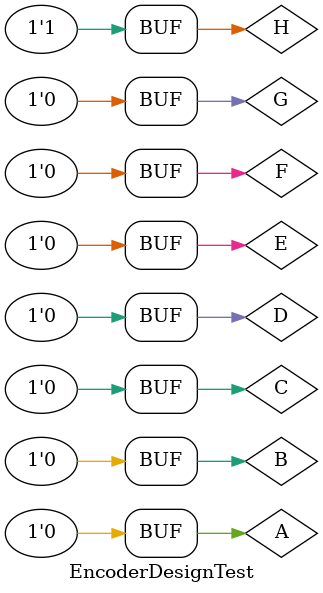
<source format=v>
`timescale 1ns / 1ps


module EncoderDesignTest;

	// Inputs
	reg A;
	reg B;
	reg C;
	reg D;
	reg E;
	reg F;
	reg G;
	reg H;

	// Outputs
	wire X;
	wire Y;
	wire Z;

	// Instantiate the Unit Under Test (UUT)
	EncoderDesign uut (
		.A(A), 
		.B(B), 
		.C(C), 
		.D(D), 
		.E(E), 
		.F(F), 
		.G(G), 
		.H(H), 
		.X(X), 
		.Y(Y), 
		.Z(Z)
	);

	initial begin
		// Initialize Inputs
		A = 0;
		B = 0;
		C = 0;
		D = 0;
		E = 0;
		F = 0;
		G = 0;
		H = 0;

		// Wait 100 ns for global reset to finish
		#100;
        
		// Add stimulus here
		A = 1;
		B = 0;
		C = 0;
		D = 0;
		E = 0;
		F = 0;
		G = 0;
		H = 0;
		#100;
		
		A = 0;
		B = 1;
		C = 0;
		D = 0;
		E = 0;
		F = 0;
		G = 0;
		H = 0;
		#100;
		
		A = 0;
		B = 0;
		C = 1;
		D = 0;
		E = 0;
		F = 0;
		G = 0;
		H = 0;
		#100;
		
		A = 0;
		B = 0;
		C = 0;
		D = 1;
		E = 0;
		F = 0;
		G = 0;
		H = 0;
		#100;
		
		A = 0;
		B = 0;
		C = 0;
		D = 0;
		E = 1;
		F = 0;
		G = 0;
		H = 0;
		#100;
		
		A = 0;
		B = 0;
		C = 0;
		D = 0;
		E = 0;
		F = 1;
		G = 0;
		H = 0;
		#100;
		
		A = 0;
		B = 0;
		C = 0;
		D = 0;
		E = 0;
		F = 0;
		G = 1;
		H = 0;
		#100;
		
		A = 0;
		B = 0;
		C = 0;
		D = 0;
		E = 0;
		F = 0;
		G = 0;
		H = 1;
		#100;
		
	end
      
endmodule


</source>
